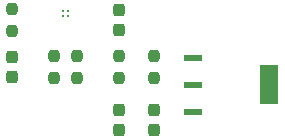
<source format=gbr>
%TF.GenerationSoftware,KiCad,Pcbnew,9.0.7*%
%TF.CreationDate,2026-01-29T16:33:12-08:00*%
%TF.ProjectId,Lab3,4c616233-2e6b-4696-9361-645f70636258,rev?*%
%TF.SameCoordinates,Original*%
%TF.FileFunction,Paste,Top*%
%TF.FilePolarity,Positive*%
%FSLAX46Y46*%
G04 Gerber Fmt 4.6, Leading zero omitted, Abs format (unit mm)*
G04 Created by KiCad (PCBNEW 9.0.7) date 2026-01-29 16:33:12*
%MOMM*%
%LPD*%
G01*
G04 APERTURE LIST*
G04 Aperture macros list*
%AMRoundRect*
0 Rectangle with rounded corners*
0 $1 Rounding radius*
0 $2 $3 $4 $5 $6 $7 $8 $9 X,Y pos of 4 corners*
0 Add a 4 corners polygon primitive as box body*
4,1,4,$2,$3,$4,$5,$6,$7,$8,$9,$2,$3,0*
0 Add four circle primitives for the rounded corners*
1,1,$1+$1,$2,$3*
1,1,$1+$1,$4,$5*
1,1,$1+$1,$6,$7*
1,1,$1+$1,$8,$9*
0 Add four rect primitives between the rounded corners*
20,1,$1+$1,$2,$3,$4,$5,0*
20,1,$1+$1,$4,$5,$6,$7,0*
20,1,$1+$1,$6,$7,$8,$9,0*
20,1,$1+$1,$8,$9,$2,$3,0*%
G04 Aperture macros list end*
%ADD10C,0.000000*%
%ADD11RoundRect,0.237500X-0.237500X0.250000X-0.237500X-0.250000X0.237500X-0.250000X0.237500X0.250000X0*%
%ADD12RoundRect,0.237500X-0.237500X0.300000X-0.237500X-0.300000X0.237500X-0.300000X0.237500X0.300000X0*%
%ADD13RoundRect,0.237500X0.237500X-0.300000X0.237500X0.300000X-0.237500X0.300000X-0.237500X-0.300000X0*%
%ADD14RoundRect,0.237500X0.237500X-0.250000X0.237500X0.250000X-0.237500X0.250000X-0.237500X-0.250000X0*%
%ADD15C,0.203200*%
%ADD16RoundRect,0.237500X0.237500X-0.287500X0.237500X0.287500X-0.237500X0.287500X-0.237500X-0.287500X0*%
%ADD17R,1.549400X0.609600*%
G04 APERTURE END LIST*
D10*
%TO.C,U1*%
G36*
X137500500Y-85125600D02*
G01*
X135951100Y-85125600D01*
X135951100Y-81874400D01*
X137500500Y-81874400D01*
X137500500Y-85125600D01*
G37*
%TD*%
D11*
%TO.C,R5*%
X127000000Y-81087500D03*
X127000000Y-82912500D03*
%TD*%
D12*
%TO.C,C3*%
X127000000Y-87362500D03*
X127000000Y-85637500D03*
%TD*%
D13*
%TO.C,C2*%
X124000000Y-85637500D03*
X124000000Y-87362500D03*
%TD*%
D14*
%TO.C,R4*%
X124000000Y-82912500D03*
X124000000Y-81087500D03*
%TD*%
%TO.C,R3*%
X118500000Y-82912500D03*
X118500000Y-81087500D03*
%TD*%
%TO.C,R2*%
X120500000Y-82912500D03*
X120500000Y-81087500D03*
%TD*%
D11*
%TO.C,R1*%
X115000000Y-77087500D03*
X115000000Y-78912500D03*
%TD*%
D12*
%TO.C,C1*%
X124000000Y-77137500D03*
X124000000Y-78862500D03*
%TD*%
D15*
%TO.C,U2*%
X119300000Y-77700000D03*
X119300000Y-77300000D03*
X119700000Y-77700000D03*
X119700000Y-77300000D03*
%TD*%
D16*
%TO.C,D1*%
X115000000Y-81125000D03*
X115000000Y-82875000D03*
%TD*%
D17*
%TO.C,U1*%
X130274200Y-81201300D03*
X130274200Y-83500000D03*
X130274200Y-85798700D03*
%TD*%
M02*

</source>
